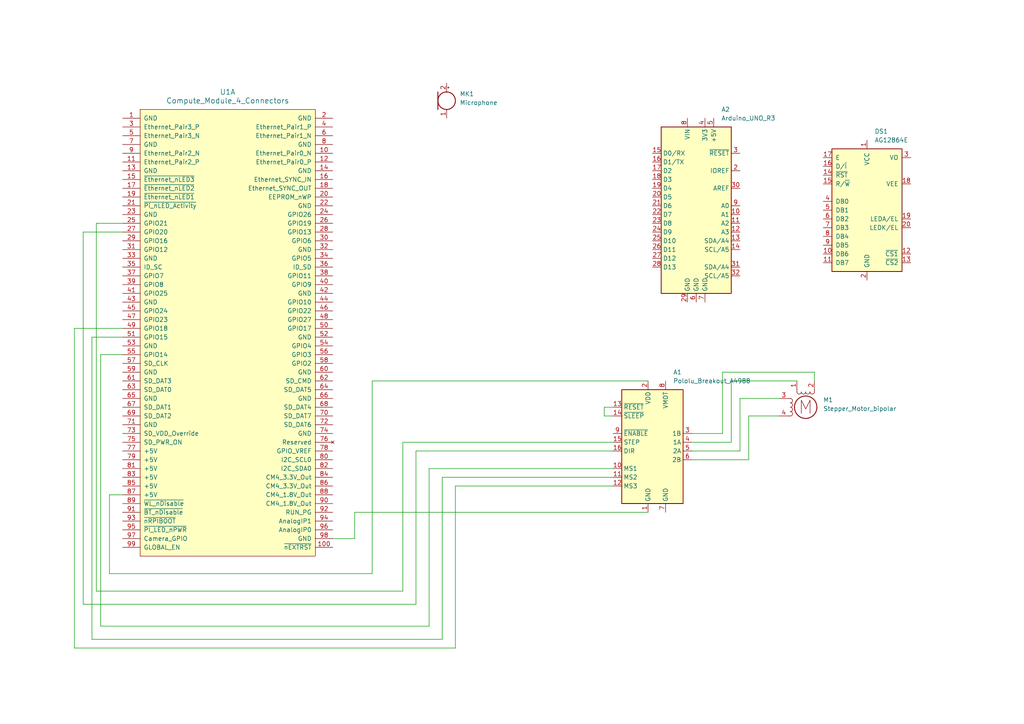
<source format=kicad_sch>
(kicad_sch (version 20230121) (generator eeschema)
  (paper "A4")
  (lib_symbols
    (symbol "Device:Microphone" (pin_names (offset 0.0254) hide)
      (property "Reference" "MK" (at -3.81 1.27 0))
      (property "Value" "Microphone" (at -3.81 -0.635 0))
      (symbol "Microphone_0_1"
        (polyline (pts (xy -2.54 2.54) (xy -2.54 -2.54)) (stroke (width 0.254)))
        (polyline (pts (xy 0.254 3.81) (xy 0.762 3.81)))
        (polyline (pts (xy 0.508 4.064) (xy 0.508 3.556)))
        (circle (center 0 0) (radius 2.54) (stroke (width 0.254)))
      )
      (symbol "Microphone_1_1"
        (pin passive line (at 0 -5.08 90) (length 2.54) (name "-") (number "1"))
        (pin passive line (at 0 5.08 270) (length 2.54) (name "+") (number "2"))
      )
    )
    (symbol "Display_Graphic:AG12864E" (pin_names (offset 1.016))
      (property "Reference" "DS" (at -8.382 19.05 0))
      (property "Value" "AG12864E" (at 5.588 19.05 0))
      (symbol "AG12864E_0_1"
        (rectangle (start -10.16 17.78) (end 10.16 -17.78) (stroke (width 0.254)) (fill (type background)))
      )
      (symbol "AG12864E_1_1"
        (pin power_in line (at 0 20.32 270) (length 2.54) (name "VCC") (number "1"))
        (pin bidirectional line (at -12.7 -12.7 0) (length 2.54) (name "DB6") (number "10"))
        (pin bidirectional line (at -12.7 -15.24 0) (length 2.54) (name "DB7") (number "11"))
        (pin input line (at 12.7 -12.7 180) (length 2.54) (name "~{CS1}") (number "12"))
        (pin input line (at 12.7 -15.24 180) (length 2.54) (name "~{CS2}") (number "13"))
        (pin input line (at -12.7 10.16 0) (length 2.54) (name "~{RST}") (number "14"))
        (pin input line (at -12.7 7.62 0) (length 2.54) (name "R/~{W}") (number "15"))
        (pin input line (at -12.7 12.7 0) (length 2.54) (name "D/~{I}") (number "16"))
        (pin input line (at -12.7 15.24 0) (length 2.54) (name "E") (number "17"))
        (pin passive line (at 12.7 7.62 180) (length 2.54) (name "VEE") (number "18"))
        (pin passive line (at 12.7 -2.54 180) (length 2.54) (name "LEDA/EL") (number "19"))
        (pin power_in line (at 0 -20.32 90) (length 2.54) (name "GND") (number "2"))
        (pin passive line (at 12.7 -5.08 180) (length 2.54) (name "LEDK/EL") (number "20"))
        (pin passive line (at 12.7 15.24 180) (length 2.54) (name "VO") (number "3"))
        (pin bidirectional line (at -12.7 2.54 0) (length 2.54) (name "DB0") (number "4"))
        (pin bidirectional line (at -12.7 0 0) (length 2.54) (name "DB1") (number "5"))
        (pin bidirectional line (at -12.7 -2.54 0) (length 2.54) (name "DB2") (number "6"))
        (pin bidirectional line (at -12.7 -5.08 0) (length 2.54) (name "DB3") (number "7"))
        (pin bidirectional line (at -12.7 -7.62 0) (length 2.54) (name "DB4") (number "8"))
        (pin bidirectional line (at -12.7 -10.16 0) (length 2.54) (name "DB5") (number "9"))
      )
    )
    (symbol "Driver_Motor:Pololu_Breakout_A4988"
      (property "Reference" "A" (at -2.54 19.05 0))
      (property "Value" "Pololu_Breakout_A4988" (at -2.54 16.51 0))
      (symbol "Pololu_Breakout_A4988_0_1"
        (rectangle (start 10.16 -17.78) (end -7.62 15.24) (stroke (width 0.254)) (fill (type background)))
      )
      (symbol "Pololu_Breakout_A4988_1_1"
        (pin power_in line (at 0 -20.32 90) (length 2.54) (name "GND") (number "1"))
        (pin input line (at -10.16 -7.62 0) (length 2.54) (name "MS1") (number "10"))
        (pin input line (at -10.16 -10.16 0) (length 2.54) (name "MS2") (number "11"))
        (pin input line (at -10.16 -12.7 0) (length 2.54) (name "MS3") (number "12"))
        (pin input line (at -10.16 10.16 0) (length 2.54) (name "~{RESET}") (number "13"))
        (pin input line (at -10.16 7.62 0) (length 2.54) (name "~{SLEEP}") (number "14"))
        (pin input line (at -10.16 0 0) (length 2.54) (name "STEP") (number "15"))
        (pin input line (at -10.16 -2.54 0) (length 2.54) (name "DIR") (number "16"))
        (pin power_in line (at 0 17.78 270) (length 2.54) (name "VDD") (number "2"))
        (pin output line (at 12.7 2.54 180) (length 2.54) (name "1B") (number "3"))
        (pin output line (at 12.7 0 180) (length 2.54) (name "1A") (number "4"))
        (pin output line (at 12.7 -2.54 180) (length 2.54) (name "2A") (number "5"))
        (pin output line (at 12.7 -5.08 180) (length 2.54) (name "2B") (number "6"))
        (pin power_in line (at 5.08 -20.32 90) (length 2.54) (name "GND") (number "7"))
        (pin power_in line (at 5.08 17.78 270) (length 2.54) (name "VMOT") (number "8"))
        (pin input line (at -10.16 2.54 0) (length 2.54) (name "~{ENABLE}") (number "9"))
      )
    )
    (symbol "MCU_Module:Arduino_UNO_R3"
      (property "Reference" "A" (at -10.16 23.495 0))
      (property "Value" "Arduino_UNO_R3" (at 5.08 -26.67 0))
      (symbol "Arduino_UNO_R3_0_1"
        (rectangle (start -10.16 22.86) (end 10.16 -25.4) (stroke (width 0.254)) (fill (type background)))
      )
      (symbol "Arduino_UNO_R3_1_1"
        (pin no_connect line (at -10.16 -20.32 0) (length 2.54) hide (name "NC") (number "1"))
        (pin bidirectional line (at 12.7 -2.54 180) (length 2.54) (name "A1") (number "10"))
        (pin bidirectional line (at 12.7 -5.08 180) (length 2.54) (name "A2") (number "11"))
        (pin bidirectional line (at 12.7 -7.62 180) (length 2.54) (name "A3") (number "12"))
        (pin bidirectional line (at 12.7 -10.16 180) (length 2.54) (name "SDA/A4") (number "13"))
        (pin bidirectional line (at 12.7 -12.7 180) (length 2.54) (name "SCL/A5") (number "14"))
        (pin bidirectional line (at -12.7 15.24 0) (length 2.54) (name "D0/RX") (number "15"))
        (pin bidirectional line (at -12.7 12.7 0) (length 2.54) (name "D1/TX") (number "16"))
        (pin bidirectional line (at -12.7 10.16 0) (length 2.54) (name "D2") (number "17"))
        (pin bidirectional line (at -12.7 7.62 0) (length 2.54) (name "D3") (number "18"))
        (pin bidirectional line (at -12.7 5.08 0) (length 2.54) (name "D4") (number "19"))
        (pin output line (at 12.7 10.16 180) (length 2.54) (name "IOREF") (number "2"))
        (pin bidirectional line (at -12.7 2.54 0) (length 2.54) (name "D5") (number "20"))
        (pin bidirectional line (at -12.7 0 0) (length 2.54) (name "D6") (number "21"))
        (pin bidirectional line (at -12.7 -2.54 0) (length 2.54) (name "D7") (number "22"))
        (pin bidirectional line (at -12.7 -5.08 0) (length 2.54) (name "D8") (number "23"))
        (pin bidirectional line (at -12.7 -7.62 0) (length 2.54) (name "D9") (number "24"))
        (pin bidirectional line (at -12.7 -10.16 0) (length 2.54) (name "D10") (number "25"))
        (pin bidirectional line (at -12.7 -12.7 0) (length 2.54) (name "D11") (number "26"))
        (pin bidirectional line (at -12.7 -15.24 0) (length 2.54) (name "D12") (number "27"))
        (pin bidirectional line (at -12.7 -17.78 0) (length 2.54) (name "D13") (number "28"))
        (pin power_in line (at -2.54 -27.94 90) (length 2.54) (name "GND") (number "29"))
        (pin input line (at 12.7 15.24 180) (length 2.54) (name "~{RESET}") (number "3"))
        (pin input line (at 12.7 5.08 180) (length 2.54) (name "AREF") (number "30"))
        (pin bidirectional line (at 12.7 -17.78 180) (length 2.54) (name "SDA/A4") (number "31"))
        (pin bidirectional line (at 12.7 -20.32 180) (length 2.54) (name "SCL/A5") (number "32"))
        (pin power_out line (at 2.54 25.4 270) (length 2.54) (name "3V3") (number "4"))
        (pin power_out line (at 5.08 25.4 270) (length 2.54) (name "+5V") (number "5"))
        (pin power_in line (at 0 -27.94 90) (length 2.54) (name "GND") (number "6"))
        (pin power_in line (at 2.54 -27.94 90) (length 2.54) (name "GND") (number "7"))
        (pin power_in line (at -2.54 25.4 270) (length 2.54) (name "VIN") (number "8"))
        (pin bidirectional line (at 12.7 0 180) (length 2.54) (name "A0") (number "9"))
      )
    )
    (symbol "Motor:Stepper_Motor_bipolar" (pin_names (offset 0) hide)
      (property "Reference" "M" (at 3.81 2.54 0))
      (property "Value" "Stepper_Motor_bipolar" (at 3.81 1.27 0))
      (symbol "Stepper_Motor_bipolar_0_0"
        (polyline (pts (xy -1.27 -1.778) (xy -1.27 2.032) (xy 0 -0.508) (xy 1.27 2.032) (xy 1.27 -1.778)))
      )
      (symbol "Stepper_Motor_bipolar_0_1"
        (arc (start -4.445 -2.54) (mid -3.8127 -1.905) (end -4.445 -1.27))
        (arc (start -4.445 -1.27) (mid -3.8127 -0.635) (end -4.445 0))
        (arc (start -4.445 0) (mid -3.8127 0.635) (end -4.445 1.27))
        (arc (start -4.445 1.27) (mid -3.8127 1.905) (end -4.445 2.54))
        (arc (start -2.54 4.445) (mid -1.905 3.8127) (end -1.27 4.445))
        (arc (start -1.27 4.445) (mid -0.635 3.8127) (end 0 4.445))
        (polyline (pts (xy -5.08 -2.54) (xy -4.445 -2.54)))
        (polyline (pts (xy -5.08 2.54) (xy -4.445 2.54)))
        (polyline (pts (xy -2.54 5.08) (xy -2.54 4.445)))
        (polyline (pts (xy 2.54 5.08) (xy 2.54 4.445)))
        (circle (center 0 0) (radius 3.2512) (stroke (width 0.254)))
        (arc (start 0 4.445) (mid 0.635 3.8127) (end 1.27 4.445))
        (arc (start 1.27 4.445) (mid 1.905 3.8127) (end 2.54 4.445))
      )
      (symbol "Stepper_Motor_bipolar_1_1"
        (pin passive line (at -2.54 7.62 270) (length 2.54) (name "~") (number "1"))
        (pin passive line (at 2.54 7.62 270) (length 2.54) (name "-") (number "2"))
        (pin passive line (at -7.62 2.54 0) (length 2.54) (name "~") (number "3"))
        (pin passive line (at -7.62 -2.54 0) (length 2.54) (name "~") (number "4"))
      )
    )
    (symbol "Raspberry_Pi_Compute_Module_4:Compute_Module_4_Connectors" (pin_names (offset 1.016))
      (property "Reference" "U" (at 5.08 6.35 0))
      (property "Value" "Compute_Module_4_Connectors" (at 5.08 3.81 0))
      (symbol "Compute_Module_4_Connectors_1_1"
        (rectangle (start 5.08 2.54) (end 55.88 -127) (fill (type background)))
        (pin power_in line (at 0 0 0) (length 5.08) (name "GND") (number "1"))
        (pin passive line (at 60.96 -10.16 180) (length 5.08) (name "Ethernet_Pair0_N") (number "10"))
        (pin output line (at 60.96 -124.46 180) (length 5.08) (name "~{nEXTRST}") (number "100"))
        (pin passive line (at 0 -12.7 0) (length 5.08) (name "Ethernet_Pair2_P") (number "11"))
        (pin passive line (at 60.96 -12.7 180) (length 5.08) (name "Ethernet_Pair0_P") (number "12"))
        (pin power_in line (at 0 -15.24 0) (length 5.08) (name "GND") (number "13"))
        (pin power_in line (at 60.96 -15.24 180) (length 5.08) (name "GND") (number "14"))
        (pin output line (at 0 -17.78 0) (length 5.08) (name "~{Ethernet_nLED3}") (number "15"))
        (pin input line (at 60.96 -17.78 180) (length 5.08) (name "Ethernet_SYNC_IN") (number "16"))
        (pin output line (at 0 -20.32 0) (length 5.08) (name "~{Ethernet_nLED2}") (number "17"))
        (pin input line (at 60.96 -20.32 180) (length 5.08) (name "Ethernet_SYNC_OUT") (number "18"))
        (pin output line (at 0 -22.86 0) (length 5.08) (name "~{Ethernet_nLED1}") (number "19"))
        (pin power_in line (at 60.96 0 180) (length 5.08) (name "GND") (number "2"))
        (pin passive line (at 60.96 -22.86 180) (length 5.08) (name "EEPROM_nWP") (number "20"))
        (pin open_collector line (at 0 -25.4 0) (length 5.08) (name "~{Pi_nLED_Activity}") (number "21"))
        (pin power_in line (at 60.96 -25.4 180) (length 5.08) (name "GND") (number "22"))
        (pin power_in line (at 0 -27.94 0) (length 5.08) (name "GND") (number "23"))
        (pin passive line (at 60.96 -27.94 180) (length 5.08) (name "GPIO26") (number "24"))
        (pin passive line (at 0 -30.48 0) (length 5.08) (name "GPIO21") (number "25"))
        (pin passive line (at 60.96 -30.48 180) (length 5.08) (name "GPIO19") (number "26"))
        (pin passive line (at 0 -33.02 0) (length 5.08) (name "GPIO20") (number "27"))
        (pin passive line (at 60.96 -33.02 180) (length 5.08) (name "GPIO13") (number "28"))
        (pin passive line (at 0 -35.56 0) (length 5.08) (name "GPIO16") (number "29"))
        (pin passive line (at 0 -2.54 0) (length 5.08) (name "Ethernet_Pair3_P") (number "3"))
        (pin passive line (at 60.96 -35.56 180) (length 5.08) (name "GPIO6") (number "30"))
        (pin passive line (at 0 -38.1 0) (length 5.08) (name "GPIO12") (number "31"))
        (pin power_in line (at 60.96 -38.1 180) (length 5.08) (name "GND") (number "32"))
        (pin power_in line (at 0 -40.64 0) (length 5.08) (name "GND") (number "33"))
        (pin passive line (at 60.96 -40.64 180) (length 5.08) (name "GPIO5") (number "34"))
        (pin passive line (at 0 -43.18 0) (length 5.08) (name "ID_SC") (number "35"))
        (pin passive line (at 60.96 -43.18 180) (length 5.08) (name "ID_SD") (number "36"))
        (pin passive line (at 0 -45.72 0) (length 5.08) (name "GPIO7") (number "37"))
        (pin passive line (at 60.96 -45.72 180) (length 5.08) (name "GPIO11") (number "38"))
        (pin passive line (at 0 -48.26 0) (length 5.08) (name "GPIO8") (number "39"))
        (pin passive line (at 60.96 -2.54 180) (length 5.08) (name "Ethernet_Pair1_P") (number "4"))
        (pin passive line (at 60.96 -48.26 180) (length 5.08) (name "GPIO9") (number "40"))
        (pin passive line (at 0 -50.8 0) (length 5.08) (name "GPIO25") (number "41"))
        (pin power_in line (at 60.96 -50.8 180) (length 5.08) (name "GND") (number "42"))
        (pin power_in line (at 0 -53.34 0) (length 5.08) (name "GND") (number "43"))
        (pin passive line (at 60.96 -53.34 180) (length 5.08) (name "GPIO10") (number "44"))
        (pin passive line (at 0 -55.88 0) (length 5.08) (name "GPIO24") (number "45"))
        (pin passive line (at 60.96 -55.88 180) (length 5.08) (name "GPIO22") (number "46"))
        (pin passive line (at 0 -58.42 0) (length 5.08) (name "GPIO23") (number "47"))
        (pin passive line (at 60.96 -58.42 180) (length 5.08) (name "GPIO27") (number "48"))
        (pin passive line (at 0 -60.96 0) (length 5.08) (name "GPIO18") (number "49"))
        (pin passive line (at 0 -5.08 0) (length 5.08) (name "Ethernet_Pair3_N") (number "5"))
        (pin passive line (at 60.96 -60.96 180) (length 5.08) (name "GPIO17") (number "50"))
        (pin passive line (at 0 -63.5 0) (length 5.08) (name "GPIO15") (number "51"))
        (pin power_in line (at 60.96 -63.5 180) (length 5.08) (name "GND") (number "52"))
        (pin power_in line (at 0 -66.04 0) (length 5.08) (name "GND") (number "53"))
        (pin passive line (at 60.96 -66.04 180) (length 5.08) (name "GPIO4") (number "54"))
        (pin passive line (at 0 -68.58 0) (length 5.08) (name "GPIO14") (number "55"))
        (pin passive line (at 60.96 -68.58 180) (length 5.08) (name "GPIO3") (number "56"))
        (pin passive line (at 0 -71.12 0) (length 5.08) (name "SD_CLK") (number "57"))
        (pin passive line (at 60.96 -71.12 180) (length 5.08) (name "GPIO2") (number "58"))
        (pin power_in line (at 0 -73.66 0) (length 5.08) (name "GND") (number "59"))
        (pin passive line (at 60.96 -5.08 180) (length 5.08) (name "Ethernet_Pair1_N") (number "6"))
        (pin power_in line (at 60.96 -73.66 180) (length 5.08) (name "GND") (number "60"))
        (pin passive line (at 0 -76.2 0) (length 5.08) (name "SD_DAT3") (number "61"))
        (pin passive line (at 60.96 -76.2 180) (length 5.08) (name "SD_CMD") (number "62"))
        (pin passive line (at 0 -78.74 0) (length 5.08) (name "SD_DAT0") (number "63"))
        (pin passive line (at 60.96 -78.74 180) (length 5.08) (name "SD_DAT5") (number "64"))
        (pin power_in line (at 0 -81.28 0) (length 5.08) (name "GND") (number "65"))
        (pin power_in line (at 60.96 -81.28 180) (length 5.08) (name "GND") (number "66"))
        (pin passive line (at 0 -83.82 0) (length 5.08) (name "SD_DAT1") (number "67"))
        (pin passive line (at 60.96 -83.82 180) (length 5.08) (name "SD_DAT4") (number "68"))
        (pin passive line (at 0 -86.36 0) (length 5.08) (name "SD_DAT2") (number "69"))
        (pin power_in line (at 0 -7.62 0) (length 5.08) (name "GND") (number "7"))
        (pin passive line (at 60.96 -86.36 180) (length 5.08) (name "SD_DAT7") (number "70"))
        (pin power_in line (at 0 -88.9 0) (length 5.08) (name "GND") (number "71"))
        (pin passive line (at 60.96 -88.9 180) (length 5.08) (name "SD_DAT6") (number "72"))
        (pin input line (at 0 -91.44 0) (length 5.08) (name "SD_VDD_Override") (number "73"))
        (pin power_in line (at 60.96 -91.44 180) (length 5.08) (name "GND") (number "74"))
        (pin output line (at 0 -93.98 0) (length 5.08) (name "SD_PWR_ON") (number "75"))
        (pin no_connect line (at 60.96 -93.98 180) (length 5.08) (name "Reserved") (number "76"))
        (pin power_in line (at 0 -96.52 0) (length 5.08) (name "+5V") (number "77"))
        (pin power_in line (at 60.96 -96.52 180) (length 5.08) (name "GPIO_VREF") (number "78"))
        (pin power_in line (at 0 -99.06 0) (length 5.08) (name "+5V") (number "79"))
        (pin power_in line (at 60.96 -7.62 180) (length 5.08) (name "GND") (number "8"))
        (pin bidirectional line (at 60.96 -99.06 180) (length 5.08) (name "I2C_SCL0") (number "80"))
        (pin power_in line (at 0 -101.6 0) (length 5.08) (name "+5V") (number "81"))
        (pin bidirectional line (at 60.96 -101.6 180) (length 5.08) (name "I2C_SDA0") (number "82"))
        (pin power_in line (at 0 -104.14 0) (length 5.08) (name "+5V") (number "83"))
        (pin power_out line (at 60.96 -104.14 180) (length 5.08) (name "CM4_3.3V_Out") (number "84"))
        (pin power_in line (at 0 -106.68 0) (length 5.08) (name "+5V") (number "85"))
        (pin power_out line (at 60.96 -106.68 180) (length 5.08) (name "CM4_3.3V_Out") (number "86"))
        (pin power_in line (at 0 -109.22 0) (length 5.08) (name "+5V") (number "87"))
        (pin power_out line (at 60.96 -109.22 180) (length 5.08) (name "CM4_1.8V_Out") (number "88"))
        (pin input line (at 0 -111.76 0) (length 5.08) (name "~{WL_nDisable}") (number "89"))
        (pin passive line (at 0 -10.16 0) (length 5.08) (name "Ethernet_Pair2_N") (number "9"))
        (pin power_out line (at 60.96 -111.76 180) (length 5.08) (name "CM4_1.8V_Out") (number "90"))
        (pin input line (at 0 -114.3 0) (length 5.08) (name "~{BT_nDisable}") (number "91"))
        (pin passive line (at 60.96 -114.3 180) (length 5.08) (name "RUN_PG") (number "92"))
        (pin input line (at 0 -116.84 0) (length 5.08) (name "~{nRPIBOOT}") (number "93"))
        (pin passive line (at 60.96 -116.84 180) (length 5.08) (name "AnalogIP1") (number "94"))
        (pin output line (at 0 -119.38 0) (length 5.08) (name "~{PI_LED_nPWR}") (number "95"))
        (pin passive line (at 60.96 -119.38 180) (length 5.08) (name "AnalogIP0") (number "96"))
        (pin passive line (at 0 -121.92 0) (length 5.08) (name "Camera_GPIO") (number "97"))
        (pin power_in line (at 60.96 -121.92 180) (length 5.08) (name "GND") (number "98"))
        (pin input line (at 0 -124.46 0) (length 5.08) (name "GLOBAL_EN") (number "99"))
      )
      (symbol "Compute_Module_4_Connectors_2_1"
        (rectangle (start 5.08 2.54) (end 45.72 -127) (fill (type background)))
        (pin input line (at 0 0 0) (length 5.08) (name "USB_OTG_ID") (number "101"))
        (pin input line (at 50.8 0 180) (length 5.08) (name "~{PCIe_CLK_nREQ}") (number "102"))
        (pin passive line (at 0 -2.54 0) (length 5.08) (name "USB_N") (number "103"))
        (pin no_connect line (at 50.8 -2.54 180) (length 5.08) (name "Reserved") (number "104"))
        (pin passive line (at 0 -5.08 0) (length 5.08) (name "USB_P") (number "105"))
        (pin no_connect line (at 50.8 -5.08 180) (length 5.08) (name "Reserved") (number "106"))
        (pin power_in line (at 0 -7.62 0) (length 5.08) (name "GND") (number "107"))
        (pin power_in line (at 50.8 -7.62 180) (length 5.08) (name "GND") (number "108"))
        (pin output line (at 0 -10.16 0) (length 5.08) (name "~{PCIe_nRST}") (number "109"))
        (pin output line (at 50.8 -10.16 180) (length 5.08) (name "PCIe_CLK_P") (number "110"))
        (pin output line (at 0 -12.7 0) (length 5.08) (name "VDAC_COMP") (number "111"))
        (pin output line (at 50.8 -12.7 180) (length 5.08) (name "PCIe_CLK_N") (number "112"))
        (pin power_in line (at 0 -15.24 0) (length 5.08) (name "GND") (number "113"))
        (pin power_in line (at 50.8 -15.24 180) (length 5.08) (name "GND") (number "114"))
        (pin input line (at 0 -17.78 0) (length 5.08) (name "CAM1_D0_N") (number "115"))
        (pin input line (at 50.8 -17.78 180) (length 5.08) (name "PCIe_RX_P") (number "116"))
        (pin input line (at 0 -20.32 0) (length 5.08) (name "CAM1_D0_P") (number "117"))
        (pin input line (at 50.8 -20.32 180) (length 5.08) (name "PCIe_RX_N") (number "118"))
        (pin power_in line (at 0 -22.86 0) (length 5.08) (name "GND") (number "119"))
        (pin power_in line (at 50.8 -22.86 180) (length 5.08) (name "GND") (number "120"))
        (pin input line (at 0 -25.4 0) (length 5.08) (name "CAM1_D1_N") (number "121"))
        (pin output line (at 50.8 -25.4 180) (length 5.08) (name "PCIe_TX_P") (number "122"))
        (pin input line (at 0 -27.94 0) (length 5.08) (name "CAM1_D1_P") (number "123"))
        (pin output line (at 50.8 -27.94 180) (length 5.08) (name "PCIe_TX_N") (number "124"))
        (pin power_in line (at 0 -30.48 0) (length 5.08) (name "GND") (number "125"))
        (pin power_in line (at 50.8 -30.48 180) (length 5.08) (name "GND") (number "126"))
        (pin input line (at 0 -33.02 0) (length 5.08) (name "CAM1_C_N") (number "127"))
        (pin input line (at 50.8 -33.02 180) (length 5.08) (name "CAM0_D0_N") (number "128"))
        (pin input line (at 0 -35.56 0) (length 5.08) (name "CAM1_C_P") (number "129"))
        (pin input line (at 50.8 -35.56 180) (length 5.08) (name "CAM0_D0_P") (number "130"))
        (pin power_in line (at 0 -38.1 0) (length 5.08) (name "GND") (number "131"))
        (pin power_in line (at 50.8 -38.1 180) (length 5.08) (name "GND") (number "132"))
        (pin input line (at 0 -40.64 0) (length 5.08) (name "CAM1_D2_N") (number "133"))
        (pin input line (at 50.8 -40.64 180) (length 5.08) (name "CAM0_D1_N") (number "134"))
        (pin input line (at 0 -43.18 0) (length 5.08) (name "CAM1_D2_P") (number "135"))
        (pin input line (at 50.8 -43.18 180) (length 5.08) (name "CAM0_D1_P") (number "136"))
        (pin power_in line (at 0 -45.72 0) (length 5.08) (name "GND") (number "137"))
        (pin power_in line (at 50.8 -45.72 180) (length 5.08) (name "GND") (number "138"))
        (pin input line (at 0 -48.26 0) (length 5.08) (name "CAM1_D3_N") (number "139"))
        (pin input line (at 50.8 -48.26 180) (length 5.08) (name "CAM0_C_N") (number "140"))
        (pin input line (at 0 -50.8 0) (length 5.08) (name "CAM1_D3_P") (number "141"))
        (pin input line (at 50.8 -50.8 180) (length 5.08) (name "CAM0_C_P") (number "142"))
        (pin input line (at 0 -53.34 0) (length 5.08) (name "HDMI1_HOTPLUG") (number "143"))
        (pin power_in line (at 50.8 -53.34 180) (length 5.08) (name "GND") (number "144"))
        (pin bidirectional line (at 0 -55.88 0) (length 5.08) (name "HDMI1_SDA") (number "145"))
        (pin output line (at 50.8 -55.88 180) (length 5.08) (name "HDMI1_TX2_P") (number "146"))
        (pin open_collector line (at 0 -58.42 0) (length 5.08) (name "HDMI1_SCL") (number "147"))
        (pin output line (at 50.8 -58.42 180) (length 5.08) (name "HDMI1_TX2_N") (number "148"))
        (pin open_collector line (at 0 -60.96 0) (length 5.08) (name "HDMI1_CEC") (number "149"))
        (pin power_in line (at 50.8 -60.96 180) (length 5.08) (name "GND") (number "150"))
        (pin open_collector line (at 0 -63.5 0) (length 5.08) (name "HDMI0_CEC") (number "151"))
        (pin output line (at 50.8 -63.5 180) (length 5.08) (name "HDMI1_TX1_P") (number "152"))
        (pin input line (at 0 -66.04 0) (length 5.08) (name "HDMI0_HOTPLUG") (number "153"))
        (pin output line (at 50.8 -66.04 180) (length 5.08) (name "HDMI1_TX1_N") (number "154"))
        (pin power_in line (at 0 -68.58 0) (length 5.08) (name "GND") (number "155"))
        (pin power_in line (at 50.8 -68.58 180) (length 5.08) (name "GND") (number "156"))
        (pin output line (at 0 -71.12 0) (length 5.08) (name "DSI0_D0_N") (number "157"))
        (pin output line (at 50.8 -71.12 180) (length 5.08) (name "HDMI1_TX0_P") (number "158"))
        (pin output line (at 0 -73.66 0) (length 5.08) (name "DSI0_D0_P") (number "159"))
        (pin output line (at 50.8 -73.66 180) (length 5.08) (name "HDMI1_TX0_N") (number "160"))
        (pin power_in line (at 0 -76.2 0) (length 5.08) (name "GND") (number "161"))
        (pin power_in line (at 50.8 -76.2 180) (length 5.08) (name "GND") (number "162"))
        (pin output line (at 0 -78.74 0) (length 5.08) (name "DSI0_D1_N") (number "163"))
        (pin output line (at 50.8 -78.74 180) (length 5.08) (name "HDMI1_CLK_P") (number "164"))
        (pin output line (at 0 -81.28 0) (length 5.08) (name "DSI0_D1_P") (number "165"))
        (pin output line (at 50.8 -81.28 180) (length 5.08) (name "HDMI1_CLK_N") (number "166"))
        (pin power_in line (at 0 -83.82 0) (length 5.08) (name "GND") (number "167"))
        (pin power_in line (at 50.8 -83.82 180) (length 5.08) (name "GND") (number "168"))
        (pin output line (at 0 -86.36 0) (length 5.08) (name "DSI0_C_N") (number "169"))
        (pin output line (at 50.8 -86.36 180) (length 5.08) (name "HDMI0_TX2_P") (number "170"))
        (pin output line (at 0 -88.9 0) (length 5.08) (name "DSI0_C_P") (number "171"))
        (pin output line (at 50.8 -88.9 180) (length 5.08) (name "HDMI0_TX2_N") (number "172"))
        (pin power_in line (at 0 -91.44 0) (length 5.08) (name "GND") (number "173"))
        (pin power_in line (at 50.8 -91.44 180) (length 5.08) (name "GND") (number "174"))
        (pin output line (at 0 -93.98 0) (length 5.08) (name "DSI1_D0_N") (number "175"))
        (pin output line (at 50.8 -93.98 180) (length 5.08) (name "HDMI0_TX1_P") (number "176"))
        (pin output line (at 0 -96.52 0) (length 5.08) (name "DSI1_D0_P") (number "177"))
        (pin output line (at 50.8 -96.52 180) (length 5.08) (name "HDMI0_TX1_N") (number "178"))
        (pin power_in line (at 0 -99.06 0) (length 5.08) (name "GND") (number "179"))
        (pin power_in line (at 50.8 -99.06 180) (length 5.08) (name "GND") (number "180"))
        (pin output line (at 0 -101.6 0) (length 5.08) (name "DSI1_D1_N") (number "181"))
        (pin output line (at 50.8 -101.6 180) (length 5.08) (name "HDMI0_TX0_P") (number "182"))
        (pin output line (at 0 -104.14 0) (length 5.08) (name "DSI1_D1_P") (number "183"))
        (pin output line (at 50.8 -104.14 180) (length 5.08) (name "HDMI0_TX0_N") (number "184"))
        (pin power_in line (at 0 -106.68 0) (length 5.08) (name "GND") (number "185"))
        (pin power_in line (at 50.8 -106.68 180) (length 5.08) (name "GND") (number "186"))
        (pin output line (at 0 -109.22 0) (length 5.08) (name "DSI1_C_N") (number "187"))
        (pin output line (at 50.8 -109.22 180) (length 5.08) (name "HDMI0_CLK_P") (number "188"))
        (pin output line (at 0 -111.76 0) (length 5.08) (name "DSI1_C_P") (number "189"))
        (pin output line (at 50.8 -111.76 180) (length 5.08) (name "HDMI0_CLK_N") (number "190"))
        (pin power_in line (at 0 -114.3 0) (length 5.08) (name "GND") (number "191"))
        (pin power_in line (at 50.8 -114.3 180) (length 5.08) (name "GND") (number "192"))
        (pin output line (at 0 -116.84 0) (length 5.08) (name "DSI1_D2_N") (number "193"))
        (pin output line (at 50.8 -116.84 180) (length 5.08) (name "DSI1_D3_N") (number "194"))
        (pin output line (at 0 -119.38 0) (length 5.08) (name "DSI1_D2_P") (number "195"))
        (pin output line (at 50.8 -119.38 180) (length 5.08) (name "DSI1_D3_P") (number "196"))
        (pin power_in line (at 0 -121.92 0) (length 5.08) (name "GND") (number "197"))
        (pin power_in line (at 50.8 -121.92 180) (length 5.08) (name "GND") (number "198"))
        (pin bidirectional line (at 0 -124.46 0) (length 5.08) (name "HDMI0_SDA") (number "199"))
        (pin open_collector line (at 50.8 -124.46 180) (length 5.08) (name "HDMI0_SCL") (number "200"))
      )
    )
  )
  (wire (pts (xy 175.26 120.65) (xy 177.8 120.65)))
  (wire (pts (xy 128.27 138.43) (xy 177.8 138.43)))
  (wire (pts (xy 31.75 166.37) (xy 31.75 143.51)))
  (wire (pts (xy 231.14 110.49) (xy 212.09 110.49)))
  (wire (pts (xy 214.63 130.81) (xy 200.66 130.81)))
  (wire (pts (xy 24.13 67.31) (xy 35.56 67.31)))
  (wire (pts (xy 29.21 181.61) (xy 29.21 102.87)))
  (wire (pts (xy 35.56 97.79) (xy 26.67 97.79)))
  (wire (pts (xy 132.08 140.97) (xy 177.8 140.97)))
  (wire (pts (xy 35.56 95.25) (xy 21.59 95.25)))
  (wire (pts (xy 175.26 120.65) (xy 175.26 118.11)))
  (wire (pts (xy 200.66 133.35) (xy 217.17 133.35)))
  (wire (pts (xy 27.94 171.45) (xy 27.94 64.77)))
  (wire (pts (xy 26.67 97.79) (xy 26.67 185.42)))
  (wire (pts (xy 217.17 120.65) (xy 226.06 120.65)))
  (wire (pts (xy 120.65 175.26) (xy 24.13 175.26)))
  (wire (pts (xy 21.59 95.25) (xy 21.59 187.96)))
  (wire (pts (xy 236.22 107.95) (xy 236.22 110.49)))
  (wire (pts (xy 212.09 110.49) (xy 212.09 128.27)))
  (wire (pts (xy 217.17 133.35) (xy 217.17 120.65)))
  (wire (pts (xy 107.95 166.37) (xy 31.75 166.37)))
  (wire (pts (xy 116.84 128.27) (xy 116.84 171.45)))
  (wire (pts (xy 209.55 125.73) (xy 209.55 107.95)))
  (wire (pts (xy 177.8 128.27) (xy 116.84 128.27)))
  (wire (pts (xy 29.21 102.87) (xy 35.56 102.87)))
  (wire (pts (xy 21.59 187.96) (xy 132.08 187.96)))
  (wire (pts (xy 226.06 115.57) (xy 214.63 115.57)))
  (wire (pts (xy 209.55 107.95) (xy 236.22 107.95)))
  (wire (pts (xy 116.84 171.45) (xy 27.94 171.45)))
  (wire (pts (xy 120.65 130.81) (xy 120.65 175.26)))
  (wire (pts (xy 132.08 187.96) (xy 132.08 140.97)))
  (wire (pts (xy 177.8 130.81) (xy 120.65 130.81)))
  (wire (pts (xy 31.75 143.51) (xy 35.56 143.51)))
  (wire (pts (xy 214.63 115.57) (xy 214.63 130.81)))
  (wire (pts (xy 212.09 128.27) (xy 200.66 128.27)))
  (wire (pts (xy 26.67 185.42) (xy 128.27 185.42)))
  (wire (pts (xy 102.87 156.21) (xy 96.52 156.21)))
  (wire (pts (xy 124.46 181.61) (xy 29.21 181.61)))
  (wire (pts (xy 128.27 185.42) (xy 128.27 138.43)))
  (wire (pts (xy 124.46 135.89) (xy 124.46 181.61)))
  (wire (pts (xy 200.66 125.73) (xy 209.55 125.73)))
  (wire (pts (xy 102.87 148.59) (xy 102.87 156.21)))
  (wire (pts (xy 187.96 148.59) (xy 102.87 148.59)))
  (wire (pts (xy 24.13 175.26) (xy 24.13 67.31)))
  (wire (pts (xy 187.96 110.49) (xy 107.95 110.49)))
  (wire (pts (xy 177.8 118.11) (xy 175.26 118.11)))
  (wire (pts (xy 27.94 64.77) (xy 35.56 64.77)))
  (wire (pts (xy 177.8 135.89) (xy 124.46 135.89)))
  (wire (pts (xy 107.95 110.49) (xy 107.95 166.37)))
  (symbol (lib_id "Driver_Motor:Pololu_Breakout_A4988") (at 187.96 128.27 0) (unit 1)
    (property "Reference" "A1" (at 195.2341 107.95 0) (effects (justify left)))
    (property "Value" "Pololu_Breakout_A4988" (at 195.2341 110.49 0) (effects (justify left)))
    (property "Footprint" "Module:Pololu_Breakout-16_15.2x20.3mm" (effects hide))
    (property "Datasheet" "https://www.pololu.com/product/2980/pictures" (effects hide))
  )
  (symbol (lib_id "MCU_Module:Arduino_UNO_R3") (at 201.93 59.69 0) (unit 1)
    (property "Reference" "A2" (at 209.2041 31.75 0) (effects (justify left)))
    (property "Value" "Arduino_UNO_R3" (at 209.2041 34.29 0) (effects (justify left)))
    (property "Footprint" "Module:Arduino_UNO_R3" (effects hide))
    (property "Datasheet" "https://www.arduino.cc/en/Main/arduinoBoardUno" (effects hide))
  )
  (symbol (lib_id "Device:Microphone") (at 129.54 29.21 0) (unit 1)
    (property "Reference" "MK1" (at 133.35 27.2415 0) (effects (justify left)))
    (property "Value" "Microphone" (at 133.35 29.7815 0) (effects (justify left)))
  )
  (symbol (lib_id "Motor:Stepper_Motor_bipolar") (at 233.68 118.11 0) (unit 1)
    (property "Reference" "M1" (at 238.76 115.9891 0) (effects (justify left)))
    (property "Value" "Stepper_Motor_bipolar" (at 238.76 118.5291 0) (effects (justify left)))
    (property "Datasheet" "http://www.infineon.com/dgdl/Application-Note-TLE8110EE_driving_UniPolarStepperMotor_V1.1.pdf?fileId=db3a30431be39b97011be5d0aa0a00b0" (effects hide))
  )
  (symbol (lib_id "Raspberry_Pi_Compute_Module_4:Compute_Module_4_Connectors") (at 35.56 34.29 0) (unit 1)
    (property "Reference" "U1" (at 66.04 26.67 0) (effects (font (size 1.524 1.524))))
    (property "Value" "Compute_Module_4_Connectors" (at 66.04 29.21 0) (effects (font (size 1.524 1.524))))
  )
  (symbol (lib_id "Display_Graphic:AG12864E") (at 251.46 60.96 0) (unit 1)
    (property "Reference" "DS1" (at 253.6541 38.1 0) (effects (justify left)))
    (property "Value" "AG12864E" (at 253.6541 40.64 0) (effects (justify left)))
    (property "Footprint" "Display:AG12864E" (effects hide))
    (property "Datasheet" "https://www.digchip.com/datasheets/parts/datasheet/1121/AG-12864E-pdf.php" (effects hide))
  )
)
</source>
